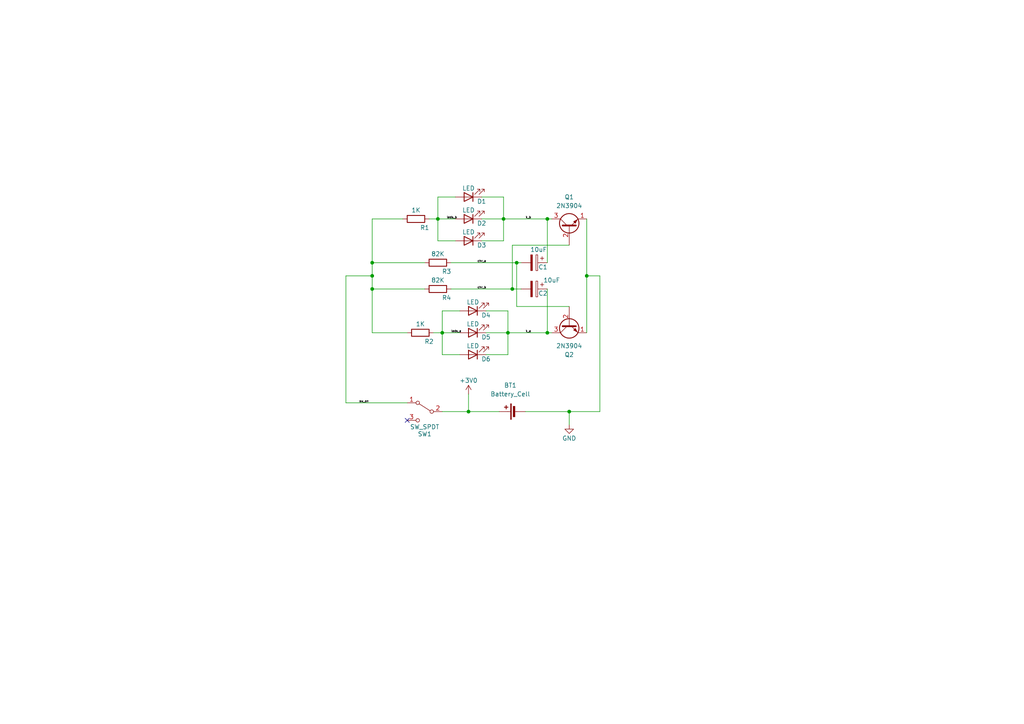
<source format=kicad_sch>
(kicad_sch (version 20230121) (generator eeschema)
  (paper "A4")
  (lib_symbols
    (symbol "Device:Battery_Cell" (pin_numbers hide) (pin_names (offset 0) hide)
      (property "Reference" "BT" (at 2.54 2.54 0))
      (property "Value" "Battery_Cell" (at 2.54 0 0))
      (symbol "Battery_Cell_0_1"
        (rectangle (start -2.286 1.778) (end 2.286 1.524) (fill (type outline)))
        (rectangle (start -1.524 1.016) (end 1.524 0.508) (fill (type outline)))
        (polyline (pts (xy 0 0.762) (xy 0 0)))
        (polyline (pts (xy 0 1.778) (xy 0 2.54)))
        (polyline (pts (xy 0.762 3.048) (xy 1.778 3.048)) (stroke (width 0.254)))
        (polyline (pts (xy 1.27 3.556) (xy 1.27 2.54)) (stroke (width 0.254)))
      )
      (symbol "Battery_Cell_1_1"
        (pin passive line (at 0 5.08 270) (length 2.54) (name "+") (number "1"))
        (pin passive line (at 0 -2.54 90) (length 2.54) (name "-") (number "2"))
      )
    )
    (symbol "Device:C_Polarized" (pin_numbers hide) (pin_names (offset 0.254))
      (property "Reference" "C" (at 0.635 2.54 0))
      (property "Value" "C_Polarized" (at 0.635 -2.54 0))
      (symbol "C_Polarized_0_1"
        (rectangle (start -2.286 0.508) (end 2.286 1.016))
        (polyline (pts (xy -1.778 2.286) (xy -0.762 2.286)))
        (polyline (pts (xy -1.27 2.794) (xy -1.27 1.778)))
        (rectangle (start 2.286 -0.508) (end -2.286 -1.016) (fill (type outline)))
      )
      (symbol "C_Polarized_1_1"
        (pin passive line (at 0 3.81 270) (length 2.794) (name "~") (number "1"))
        (pin passive line (at 0 -3.81 90) (length 2.794) (name "~") (number "2"))
      )
    )
    (symbol "Device:LED" (pin_numbers hide) (pin_names (offset 1.016) hide)
      (property "Reference" "D" (at 0 2.54 0))
      (property "Value" "LED" (at 0 -2.54 0))
      (symbol "LED_0_1"
        (polyline (pts (xy -1.27 -1.27) (xy -1.27 1.27)) (stroke (width 0.254)))
        (polyline (pts (xy -1.27 0) (xy 1.27 0)))
        (polyline (pts (xy 1.27 -1.27) (xy 1.27 1.27) (xy -1.27 0) (xy 1.27 -1.27)) (stroke (width 0.254)))
        (polyline (pts (xy -3.048 -0.762) (xy -4.572 -2.286) (xy -3.81 -2.286) (xy -4.572 -2.286) (xy -4.572 -1.524)))
        (polyline (pts (xy -1.778 -0.762) (xy -3.302 -2.286) (xy -2.54 -2.286) (xy -3.302 -2.286) (xy -3.302 -1.524)))
      )
      (symbol "LED_1_1"
        (pin passive line (at -3.81 0 0) (length 2.54) (name "K") (number "1"))
        (pin passive line (at 3.81 0 180) (length 2.54) (name "A") (number "2"))
      )
    )
    (symbol "Device:R" (pin_numbers hide) (pin_names (offset 0))
      (property "Reference" "R" (at 2.032 0 90))
      (property "Value" "R" (at 0 0 90))
      (symbol "R_0_1"
        (rectangle (start -1.016 -2.54) (end 1.016 2.54) (stroke (width 0.254)))
      )
      (symbol "R_1_1"
        (pin passive line (at 0 3.81 270) (length 1.27) (name "~") (number "1"))
        (pin passive line (at 0 -3.81 90) (length 1.27) (name "~") (number "2"))
      )
    )
    (symbol "Switch:SW_SPDT" (pin_names (offset 0) hide)
      (property "Reference" "SW" (at 0 4.318 0))
      (property "Value" "SW_SPDT" (at 0 -5.08 0))
      (symbol "SW_SPDT_0_0"
        (circle (center -2.032 0) (radius 0.508))
        (circle (center 2.032 -2.54) (radius 0.508))
      )
      (symbol "SW_SPDT_0_1"
        (polyline (pts (xy -1.524 0.254) (xy 1.651 2.286)))
        (circle (center 2.032 2.54) (radius 0.508))
      )
      (symbol "SW_SPDT_1_1"
        (pin passive line (at 5.08 2.54 180) (length 2.54) (name "A") (number "1"))
        (pin passive line (at -5.08 0 0) (length 2.54) (name "B") (number "2"))
        (pin passive line (at 5.08 -2.54 180) (length 2.54) (name "C") (number "3"))
      )
    )
    (symbol "Transistor_BJT:2N3904" (pin_names (offset 0) hide)
      (property "Reference" "Q" (at 5.08 1.905 0))
      (property "Value" "2N3904" (at 5.08 0 0))
      (symbol "2N3904_0_1"
        (polyline (pts (xy 0.635 0.635) (xy 2.54 2.54)))
        (polyline (pts (xy 0.635 -0.635) (xy 2.54 -2.54) (xy 2.54 -2.54)))
        (polyline (pts (xy 0.635 1.905) (xy 0.635 -1.905) (xy 0.635 -1.905)) (stroke (width 0.508)))
        (polyline (pts (xy 1.27 -1.778) (xy 1.778 -1.27) (xy 2.286 -2.286) (xy 1.27 -1.778) (xy 1.27 -1.778)) (fill (type outline)))
        (circle (center 1.27 0) (radius 2.8194) (stroke (width 0.254)))
      )
      (symbol "2N3904_1_1"
        (pin passive line (at 2.54 -5.08 90) (length 2.54) (name "E") (number "1"))
        (pin passive line (at -5.08 0 0) (length 5.715) (name "B") (number "2"))
        (pin passive line (at 2.54 5.08 270) (length 2.54) (name "C") (number "3"))
      )
    )
    (symbol "power:+3V0" (power) (pin_names (offset 0))
      (property "Value" "+3V0" (at 0 3.556 0))
      (symbol "+3V0_0_1"
        (polyline (pts (xy -0.762 1.27) (xy 0 2.54)))
        (polyline (pts (xy 0 0) (xy 0 2.54)))
        (polyline (pts (xy 0 2.54) (xy 0.762 1.27)))
      )
      (symbol "+3V0_1_1"
        (pin power_in line (at 0 0 90) (length 0) hide (name "+3V0") (number "1"))
      )
    )
    (symbol "power:GND" (power) (pin_names (offset 0))
      (property "Value" "GND" (at 0 -3.81 0))
      (symbol "GND_0_1"
        (polyline (pts (xy 0 0) (xy 0 -1.27) (xy 1.27 -1.27) (xy 0 -2.54) (xy -1.27 -1.27) (xy 0 -1.27)))
      )
      (symbol "GND_1_1"
        (pin power_in line (at 0 0 270) (length 0) hide (name "GND") (number "1"))
      )
    )
  )
  (junction (at 107.95 76.2))
  (junction (at 158.75 96.52))
  (junction (at 128.27 96.52))
  (junction (at 107.95 80.01))
  (junction (at 170.18 80.01))
  (junction (at 107.95 83.82))
  (junction (at 127 63.5))
  (junction (at 148.59 83.82))
  (junction (at 165.1 119.38))
  (junction (at 135.89 119.38))
  (junction (at 146.05 63.5))
  (junction (at 149.86 76.2))
  (junction (at 147.32 96.52))
  (junction (at 158.75 63.5))
  (no_connect (at 118.11 121.92))
  (wire (pts (xy 151.13 76.2) (xy 149.86 76.2)))
  (wire (pts (xy 170.18 63.5) (xy 170.18 80.01)))
  (wire (pts (xy 170.18 80.01) (xy 170.18 96.52)))
  (wire (pts (xy 107.95 63.5) (xy 116.84 63.5)))
  (wire (pts (xy 158.75 63.5) (xy 160.02 63.5)))
  (wire (pts (xy 127 69.85) (xy 132.08 69.85)))
  (wire (pts (xy 146.05 63.5) (xy 158.75 63.5)))
  (wire (pts (xy 107.95 83.82) (xy 107.95 96.52)))
  (wire (pts (xy 148.59 83.82) (xy 151.13 83.82)))
  (wire (pts (xy 149.86 76.2) (xy 149.86 88.9)))
  (wire (pts (xy 123.19 83.82) (xy 107.95 83.82)))
  (wire (pts (xy 147.32 90.17) (xy 147.32 96.52)))
  (wire (pts (xy 158.75 63.5) (xy 158.75 76.2)))
  (wire (pts (xy 128.27 90.17) (xy 128.27 96.52)))
  (wire (pts (xy 133.35 96.52) (xy 128.27 96.52)))
  (wire (pts (xy 125.73 96.52) (xy 128.27 96.52)))
  (wire (pts (xy 139.7 63.5) (xy 146.05 63.5)))
  (wire (pts (xy 130.81 76.2) (xy 149.86 76.2)))
  (wire (pts (xy 124.46 63.5) (xy 127 63.5)))
  (wire (pts (xy 107.95 63.5) (xy 107.95 76.2)))
  (wire (pts (xy 128.27 102.87) (xy 128.27 96.52)))
  (wire (pts (xy 133.35 102.87) (xy 128.27 102.87)))
  (wire (pts (xy 147.32 102.87) (xy 147.32 96.52)))
  (wire (pts (xy 100.33 116.84) (xy 118.11 116.84)))
  (wire (pts (xy 100.33 80.01) (xy 107.95 80.01)))
  (wire (pts (xy 173.99 80.01) (xy 170.18 80.01)))
  (wire (pts (xy 158.75 83.82) (xy 158.75 96.52)))
  (wire (pts (xy 140.97 96.52) (xy 147.32 96.52)))
  (wire (pts (xy 130.81 83.82) (xy 148.59 83.82)))
  (wire (pts (xy 127 57.15) (xy 132.08 57.15)))
  (wire (pts (xy 146.05 69.85) (xy 146.05 63.5)))
  (wire (pts (xy 135.89 119.38) (xy 144.78 119.38)))
  (wire (pts (xy 146.05 57.15) (xy 146.05 63.5)))
  (wire (pts (xy 173.99 119.38) (xy 173.99 80.01)))
  (wire (pts (xy 140.97 102.87) (xy 147.32 102.87)))
  (wire (pts (xy 148.59 71.12) (xy 148.59 83.82)))
  (wire (pts (xy 127 63.5) (xy 127 69.85)))
  (wire (pts (xy 139.7 57.15) (xy 146.05 57.15)))
  (wire (pts (xy 165.1 119.38) (xy 173.99 119.38)))
  (wire (pts (xy 158.75 96.52) (xy 160.02 96.52)))
  (wire (pts (xy 140.97 90.17) (xy 147.32 90.17)))
  (wire (pts (xy 107.95 80.01) (xy 107.95 83.82)))
  (wire (pts (xy 133.35 90.17) (xy 128.27 90.17)))
  (wire (pts (xy 152.4 119.38) (xy 165.1 119.38)))
  (wire (pts (xy 128.27 119.38) (xy 135.89 119.38)))
  (wire (pts (xy 147.32 96.52) (xy 158.75 96.52)))
  (wire (pts (xy 107.95 76.2) (xy 123.19 76.2)))
  (wire (pts (xy 127 57.15) (xy 127 63.5)))
  (wire (pts (xy 165.1 71.12) (xy 148.59 71.12)))
  (wire (pts (xy 139.7 69.85) (xy 146.05 69.85)))
  (wire (pts (xy 118.11 96.52) (xy 107.95 96.52)))
  (wire (pts (xy 127 63.5) (xy 132.08 63.5)))
  (wire (pts (xy 165.1 88.9) (xy 149.86 88.9)))
  (wire (pts (xy 135.89 114.3) (xy 135.89 119.38)))
  (wire (pts (xy 100.33 116.84) (xy 100.33 80.01)))
  (wire (pts (xy 107.95 76.2) (xy 107.95 80.01)))
  (wire (pts (xy 165.1 119.38) (xy 165.1 123.19)))
  (label "leds_b" (at 129.54 63.5 0) (effects (font (size 0.6 0.6))))
  (label "k_b" (at 152.4 63.5 0) (effects (font (size 0.6 0.6))))
  (label "leds_a" (at 130.81 96.52 0) (effects (font (size 0.6 0.6))))
  (label "chr_b" (at 138.43 83.82 0) (effects (font (size 0.6 0.6))))
  (label "k_a" (at 152.4 96.52 0) (effects (font (size 0.6 0.6))))
  (label "sw_on" (at 104.14 116.84 0) (effects (font (size 0.6 0.6))))
  (label "chr_a" (at 138.43 76.2 0) (effects (font (size 0.6 0.6))))
  (symbol (lib_id "Device:C_Polarized") (at 154.94 76.2 270) (unit 1)
    (property "Reference" "C1" (at 157.48 77.47 90))
    (property "Value" "10uF" (at 156.21 72.39 90))
    (property "Footprint" "Capacitor_SMD:C_0805_2012Metric" (effects hide))
  )
  (symbol (lib_id "Device:LED") (at 135.89 63.5 180) (unit 1)
    (property "Reference" "D2" (at 139.7 64.77 0))
    (property "Value" "LED" (at 135.89 60.96 0))
    (property "Footprint" "LED_SMD:LED_0805_2012Metric" (effects hide))
  )
  (symbol (lib_id "Device:R") (at 121.92 96.52 90) (unit 1)
    (property "Reference" "R2" (at 124.46 99.06 90))
    (property "Value" "1K" (at 121.92 93.98 90))
    (property "Footprint" "Resistor_SMD:R_0805_2012Metric" (effects hide))
  )
  (symbol (lib_id "Device:LED") (at 135.89 69.85 180) (unit 1)
    (property "Reference" "D3" (at 139.7 71.12 0))
    (property "Value" "LED" (at 135.89 67.31 0))
    (property "Footprint" "LED_SMD:LED_0805_2012Metric" (effects hide))
  )
  (symbol (lib_id "Device:Battery_Cell") (at 149.86 119.38 90) (unit 1)
    (property "Reference" "BT1" (at 148.0185 111.76 90))
    (property "Value" "Battery_Cell" (at 148.0185 114.3 90))
    (property "Footprint" "Battery:BatteryHolder_Keystone_3002_1x2032" (effects hide))
  )
  (symbol (lib_id "Device:LED") (at 137.16 96.52 180) (unit 1)
    (property "Reference" "D5" (at 140.97 97.79 0))
    (property "Value" "LED" (at 137.16 93.98 0))
    (property "Footprint" "LED_SMD:LED_0805_2012Metric" (effects hide))
  )
  (symbol (lib_id "Transistor_BJT:2N3904") (at 165.1 66.04 90) (unit 1)
    (property "Reference" "Q1" (at 165.1 57.15 90))
    (property "Value" "2N3904" (at 165.1 59.69 90))
    (property "Footprint" "Package_TO_SOT_SMD:TSOT-23" (effects hide))
    (property "Datasheet" "https://www.onsemi.com/pub/Collateral/2N3903-D.PDF" (effects hide))
  )
  (symbol (lib_id "power:GND") (at 165.1 123.19 0) (unit 1)
    (property "Reference" "#PWR02" (effects hide))
    (property "Value" "GND" (at 165.1 127.135 0))
  )
  (symbol (lib_id "Device:LED") (at 135.89 57.15 180) (unit 1)
    (property "Reference" "D1" (at 139.7 58.42 0))
    (property "Value" "LED" (at 135.89 54.61 0))
    (property "Footprint" "LED_SMD:LED_0805_2012Metric" (effects hide))
  )
  (symbol (lib_id "Device:LED") (at 137.16 90.17 180) (unit 1)
    (property "Reference" "D4" (at 140.97 91.44 0))
    (property "Value" "LED" (at 137.16 87.63 0))
    (property "Footprint" "LED_SMD:LED_0805_2012Metric" (effects hide))
  )
  (symbol (lib_id "power:+3V0") (at 135.89 114.3 0) (unit 1)
    (property "Reference" "#PWR01" (effects hide))
    (property "Value" "+3V0" (at 135.89 110.355 0))
  )
  (symbol (lib_id "Device:LED") (at 137.16 102.87 180) (unit 1)
    (property "Reference" "D6" (at 140.97 104.14 0))
    (property "Value" "LED" (at 137.16 100.33 0))
    (property "Footprint" "LED_SMD:LED_0805_2012Metric" (effects hide))
  )
  (symbol (lib_id "Transistor_BJT:2N3904") (at 165.1 93.98 90) (mirror x) (unit 1)
    (property "Reference" "Q2" (at 165.1 102.87 90))
    (property "Value" "2N3904" (at 165.1 100.33 90))
    (property "Footprint" "Package_TO_SOT_SMD:TSOT-23" (effects hide))
    (property "Datasheet" "https://www.onsemi.com/pub/Collateral/2N3903-D.PDF" (effects hide))
  )
  (symbol (lib_id "Device:R") (at 127 83.82 90) (unit 1)
    (property "Reference" "R4" (at 129.54 86.36 90))
    (property "Value" "82K" (at 127 81.28 90))
    (property "Footprint" "Resistor_SMD:R_0805_2012Metric" (effects hide))
  )
  (symbol (lib_id "Switch:SW_SPDT") (at 123.19 119.38 0) (mirror y) (unit 1)
    (property "Reference" "SW1" (at 123.19 125.881 0))
    (property "Value" "SW_SPDT" (at 123.19 123.833 0))
    (property "Footprint" "Button_Switch_SMD:SW_SPDT_PCM12" (effects hide))
  )
  (symbol (lib_id "Device:C_Polarized") (at 154.94 83.82 270) (unit 1)
    (property "Reference" "C2" (at 157.48 85.09 90))
    (property "Value" "10uF" (at 160.02 81.28 90))
    (property "Footprint" "Capacitor_SMD:C_0805_2012Metric" (effects hide))
  )
  (symbol (lib_id "Device:R") (at 127 76.2 90) (unit 1)
    (property "Reference" "R3" (at 129.54 78.74 90))
    (property "Value" "82K" (at 127 73.66 90))
    (property "Footprint" "Resistor_SMD:R_0805_2012Metric" (effects hide))
  )
  (symbol (lib_id "Device:R") (at 120.65 63.5 90) (unit 1)
    (property "Reference" "R1" (at 123.19 66.04 90))
    (property "Value" "1K" (at 120.65 60.96 90))
    (property "Footprint" "Resistor_SMD:R_0805_2012Metric" (effects hide))
  )
)
</source>
